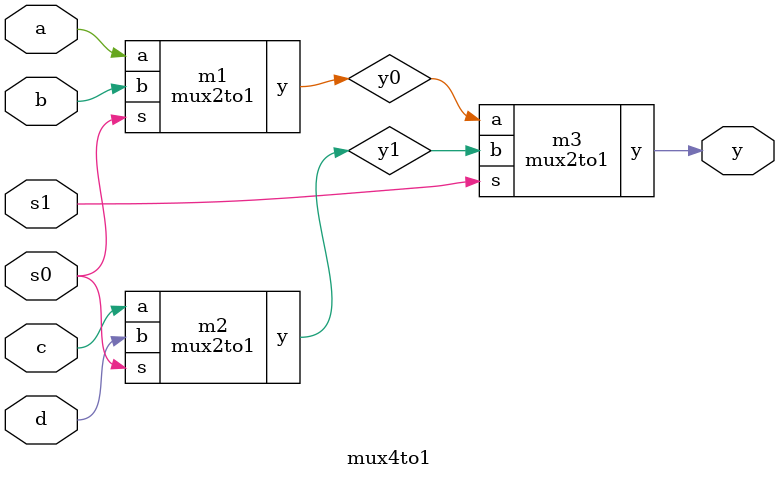
<source format=v>
module mux2to1(input a,b,s,output reg y);
  always@(*)begin;
     y=s?a:b;
  end
    endmodule

module mux4to1( input a,b,c,d,s0,s1, output y);
  wire y0,y1;
  
mux2to1 m1(a,b,s0,y0);
  mux2to1 m2(c,d,s0,y1);
  
  mux2to1 m3 (y0,y1,s1,y);

endmodule

</source>
